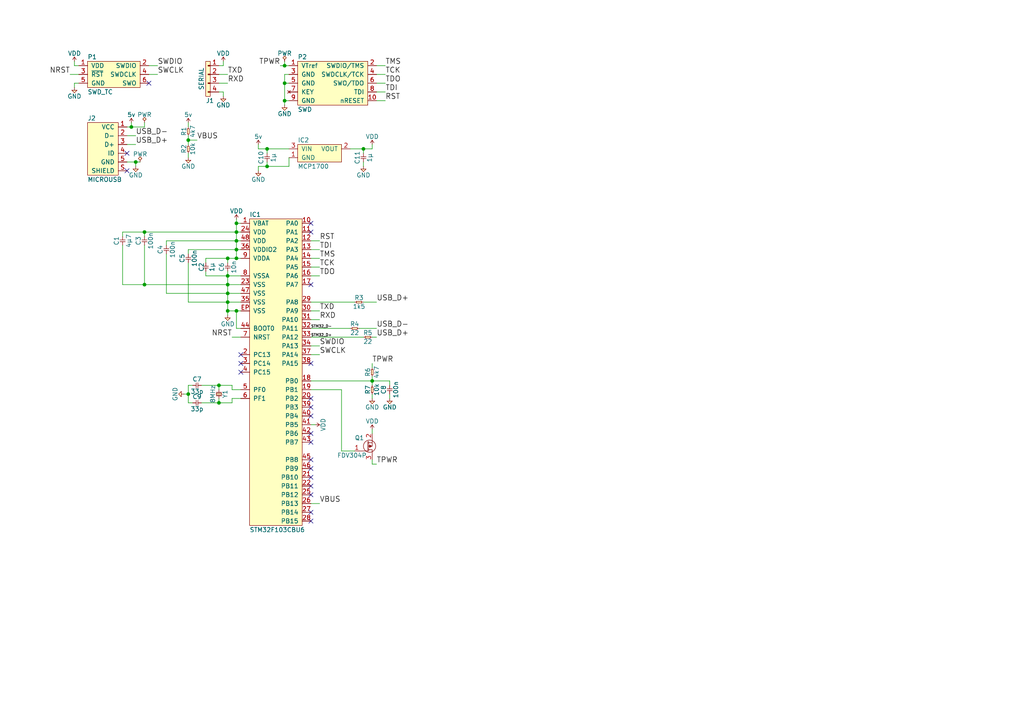
<source format=kicad_sch>
(kicad_sch (version 20230121) (generator eeschema)
  (paper "A4")
  (title_block (title "Adam Magic Probe") (date "2016-01-01") (rev "1") (comment 1 "This Drawing By: Adam Greig") (comment 2 "Original design: Black Magic Probe, Black Sphere Technologies Ltd") (comment 3 "Licence: CC-BY-SA"))
  (lib_symbols
    (symbol "amp-rescue:5v" (power) (pin_numbers hide) (pin_names (offset 1.016) hide)
      (property "Value" "5v" (at 0 2.286 0))
      (symbol "5v_0_1"
        (polyline (pts (xy 0 1.27) (xy 0.508 0.508)))
        (polyline (pts (xy 0 0) (xy 0 1.27) (xy -0.508 0.508)))
      )
      (symbol "5v_1_1"
        (pin power_in line (at 0 0 180) (length 0) hide (name "5v") (number "1"))
      )
    )
    (symbol "amp-rescue:C" (pin_numbers hide) (pin_names (offset 1.016) hide)
      (property "Reference" "C" (at 1.27 1.778 0))
      (property "Value" "C" (at 1.27 -1.778 0))
      (symbol "C_0_1"
        (polyline (pts (xy 1.016 0.762) (xy 1.016 -0.762)))
        (polyline (pts (xy 1.524 0.762) (xy 1.524 -0.762)))
      )
      (symbol "C_1_1"
        (pin passive line (at 0 0 0) (length 1.016) (name "~") (number "1"))
        (pin passive line (at 2.54 0 180) (length 1.016) (name "~") (number "2"))
      )
    )
    (symbol "amp-rescue:CONN_01x04" (pin_names (offset 0.0254) hide)
      (property "Reference" "J" (at -1.27 2.54 0))
      (property "Value" "CONN_01x04" (at -1.27 -10.16 0))
      (symbol "CONN_01x04_0_1"
        (rectangle (start 0 -7.493) (end -0.635 -7.747) (fill (type outline)))
        (rectangle (start 0 -4.953) (end -0.635 -5.207) (fill (type outline)))
        (rectangle (start 0 -2.413) (end -0.635 -2.667) (fill (type outline)))
        (rectangle (start 0 0.127) (end -0.635 -0.127) (fill (type outline)))
        (rectangle (start 0 1.27) (end -1.27 -8.89) (fill (type background)))
      )
      (symbol "CONN_01x04_1_1"
        (pin passive line (at 2.54 0 180) (length 2.54) (name "1") (number "1"))
        (pin passive line (at 2.54 -2.54 180) (length 2.54) (name "2") (number "2"))
        (pin passive line (at 2.54 -5.08 180) (length 2.54) (name "3") (number "3"))
        (pin passive line (at 2.54 -7.62 180) (length 2.54) (name "4") (number "4"))
      )
    )
    (symbol "amp-rescue:GND" (power) (pin_numbers hide) (pin_names (offset 1.016) hide)
      (property "Value" "GND" (at 0 -2.54 0))
      (symbol "GND_0_1"
        (polyline (pts (xy 0 0) (xy 0 -0.762)))
        (polyline (pts (xy -0.762 -0.762) (xy 0.762 -0.762) (xy 0 -1.524) (xy -0.762 -0.762)) (fill (type background)))
      )
      (symbol "GND_1_1"
        (pin power_in line (at 0 0 180) (length 0) hide (name "GND") (number "1"))
      )
    )
    (symbol "amp-rescue:MCP1700" (pin_names (offset 1.016))
      (property "Reference" "IC" (at -5.08 2.54 0))
      (property "Value" "MCP1700" (at -5.08 -5.08 0))
      (symbol "MCP1700_0_1"
        (rectangle (start -5.08 1.27) (end 7.62 -3.81) (fill (type background)))
      )
      (symbol "MCP1700_1_1"
        (pin power_in line (at -7.62 -2.54 0) (length 2.54) (name "GND") (number "1"))
        (pin power_out line (at 10.16 0 180) (length 2.54) (name "VOUT") (number "2"))
        (pin power_in line (at -7.62 0 0) (length 2.54) (name "VIN") (number "3"))
      )
    )
    (symbol "amp-rescue:MICROUSB" (pin_names (offset 1.016))
      (property "Reference" "J" (at -3.81 7.62 0))
      (property "Value" "MICROUSB" (at -3.81 -10.16 0))
      (symbol "MICROUSB_0_1"
        (rectangle (start 5.08 6.35) (end -3.81 -8.89) (fill (type background)))
      )
      (symbol "MICROUSB_1_1"
        (pin power_in line (at 7.62 5.08 180) (length 2.54) (name "VCC") (number "1"))
        (pin bidirectional line (at 7.62 2.54 180) (length 2.54) (name "D-") (number "2"))
        (pin bidirectional line (at 7.62 0 180) (length 2.54) (name "D+") (number "3"))
        (pin passive line (at 7.62 -2.54 180) (length 2.54) (name "ID") (number "4"))
        (pin power_in line (at 7.62 -5.08 180) (length 2.54) (name "GND") (number "5"))
        (pin power_in line (at 7.62 -7.62 180) (length 2.54) (name "SHIELD") (number "S"))
      )
    )
    (symbol "amp-rescue:PFET" (pin_names (offset 0.0254) hide)
      (property "Reference" "Q" (at -6.35 0.762 0))
      (property "Value" "PFET" (at -6.35 -4.064 0))
      (symbol "PFET_0_1"
        (circle (center -0.762 -1.143) (radius 1.778))
        (polyline (pts (xy -3.81 -2.54) (xy -1.27 -2.54)))
        (polyline (pts (xy -1.27 -2.54) (xy -1.27 0.254)))
        (polyline (pts (xy -1.016 -2.159) (xy 0 -2.159)))
        (polyline (pts (xy -1.016 -1.778) (xy -1.016 -2.54)))
        (polyline (pts (xy -1.016 -0.762) (xy -1.016 -1.524)))
        (polyline (pts (xy -1.016 0.254) (xy -1.016 -0.508)))
        (polyline (pts (xy 0 -2.159) (xy 0 -3.81)))
        (polyline (pts (xy -1.016 -1.143) (xy 0 -1.143) (xy 0 -0.127)))
        (polyline (pts (xy -1.016 -0.127) (xy 0 -0.127) (xy 0 1.27)))
        (polyline (pts (xy -0.127 -1.143) (xy -0.762 -0.762) (xy -0.762 -1.524) (xy -0.127 -1.143)) (fill (type outline)))
      )
      (symbol "PFET_1_1"
        (pin passive line (at -5.08 -2.54 0) (length 1.27) (name "G") (number "1"))
        (pin passive line (at 0 2.54 270) (length 1.27) (name "S") (number "2"))
        (pin passive line (at 0 -5.08 90) (length 1.27) (name "D") (number "3"))
      )
    )
    (symbol "amp-rescue:PWR" (power) (pin_numbers hide) (pin_names (offset 1.016) hide)
      (property "Value" "PWR" (at 0 2.286 0))
      (symbol "PWR_0_1"
        (polyline (pts (xy 0 0.508) (xy -0.508 1.016) (xy 0 1.524) (xy 0.508 1.016) (xy 0 0.508)) (fill (type background)))
      )
      (symbol "PWR_1_1"
        (pin power_out line (at 0 0 90) (length 0.508) (name "pwr") (number "1"))
      )
    )
    (symbol "amp-rescue:R" (pin_numbers hide) (pin_names (offset 1.016) hide)
      (property "Reference" "R" (at 1.27 1.27 0))
      (property "Value" "R" (at 1.27 -1.27 0))
      (symbol "R_0_1"
        (rectangle (start 0.508 0.254) (end 2.032 -0.254) (fill (type background)))
      )
      (symbol "R_1_1"
        (pin passive line (at 0 0 0) (length 0.508) (name "~") (number "1"))
        (pin passive line (at 2.54 0 180) (length 0.508) (name "~") (number "2"))
      )
    )
    (symbol "amp-rescue:STM32F1xxCxUx" (pin_names (offset 1.016))
      (property "Reference" "IC" (at -7.62 45.72 0))
      (property "Value" "STM32F1xxCxUx" (at -7.62 -45.72 0))
      (symbol "STM32F1xxCxUx_0_0"
        (pin power_in line (at -10.16 43.18 0) (length 2.54) (name "VBAT") (number "1"))
        (pin bidirectional line (at 10.16 43.18 180) (length 2.54) (name "PA0") (number "10"))
        (pin bidirectional line (at 10.16 40.64 180) (length 2.54) (name "PA1") (number "11"))
        (pin bidirectional line (at 10.16 38.1 180) (length 2.54) (name "PA2") (number "12"))
        (pin bidirectional line (at 10.16 35.56 180) (length 2.54) (name "PA3") (number "13"))
        (pin bidirectional line (at 10.16 33.02 180) (length 2.54) (name "PA4") (number "14"))
        (pin bidirectional line (at 10.16 30.48 180) (length 2.54) (name "PA5") (number "15"))
        (pin bidirectional line (at 10.16 27.94 180) (length 2.54) (name "PA6") (number "16"))
        (pin bidirectional line (at 10.16 25.4 180) (length 2.54) (name "PA7") (number "17"))
        (pin bidirectional line (at 10.16 -2.54 180) (length 2.54) (name "PB0") (number "18"))
        (pin bidirectional line (at 10.16 -5.08 180) (length 2.54) (name "PB1") (number "19"))
        (pin bidirectional line (at -10.16 5.08 0) (length 2.54) (name "PC13") (number "2"))
        (pin bidirectional line (at 10.16 -7.62 180) (length 2.54) (name "PB2") (number "20"))
        (pin bidirectional line (at 10.16 -30.48 180) (length 2.54) (name "PB10") (number "21"))
        (pin bidirectional line (at 10.16 -33.02 180) (length 2.54) (name "PB11") (number "22"))
        (pin power_in line (at -10.16 25.4 0) (length 2.54) (name "VSS") (number "23"))
        (pin power_in line (at -10.16 40.64 0) (length 2.54) (name "VDD") (number "24"))
        (pin bidirectional line (at 10.16 -35.56 180) (length 2.54) (name "PB12") (number "25"))
        (pin bidirectional line (at 10.16 -38.1 180) (length 2.54) (name "PB13") (number "26"))
        (pin bidirectional line (at 10.16 -40.64 180) (length 2.54) (name "PB14") (number "27"))
        (pin bidirectional line (at 10.16 -43.18 180) (length 2.54) (name "PB15") (number "28"))
        (pin bidirectional line (at 10.16 20.32 180) (length 2.54) (name "PA8") (number "29"))
        (pin bidirectional line (at -10.16 2.54 0) (length 2.54) (name "PC14") (number "3"))
        (pin bidirectional line (at 10.16 17.78 180) (length 2.54) (name "PA9") (number "30"))
        (pin bidirectional line (at 10.16 15.24 180) (length 2.54) (name "PA10") (number "31"))
        (pin bidirectional line (at 10.16 12.7 180) (length 2.54) (name "PA11") (number "32"))
        (pin bidirectional line (at 10.16 10.16 180) (length 2.54) (name "PA12") (number "33"))
        (pin bidirectional line (at 10.16 7.62 180) (length 2.54) (name "PA13") (number "34"))
        (pin power_in line (at -10.16 20.32 0) (length 2.54) (name "VSS") (number "35"))
        (pin power_in line (at -10.16 35.56 0) (length 2.54) (name "VDDIO2") (number "36"))
        (pin bidirectional line (at 10.16 5.08 180) (length 2.54) (name "PA14") (number "37"))
        (pin bidirectional line (at 10.16 2.54 180) (length 2.54) (name "PA15") (number "38"))
        (pin bidirectional line (at 10.16 -10.16 180) (length 2.54) (name "PB3") (number "39"))
        (pin bidirectional line (at -10.16 0 0) (length 2.54) (name "PC15") (number "4"))
        (pin bidirectional line (at 10.16 -12.7 180) (length 2.54) (name "PB4") (number "40"))
        (pin bidirectional line (at 10.16 -15.24 180) (length 2.54) (name "PB5") (number "41"))
        (pin bidirectional line (at 10.16 -17.78 180) (length 2.54) (name "PB6") (number "42"))
        (pin bidirectional line (at 10.16 -20.32 180) (length 2.54) (name "PB7") (number "43"))
        (pin input line (at -10.16 12.7 0) (length 2.54) (name "BOOT0") (number "44"))
        (pin bidirectional line (at 10.16 -25.4 180) (length 2.54) (name "PB8") (number "45"))
        (pin bidirectional line (at 10.16 -27.94 180) (length 2.54) (name "PB9") (number "46"))
        (pin power_in line (at -10.16 22.86 0) (length 2.54) (name "VSS") (number "47"))
        (pin power_in line (at -10.16 38.1 0) (length 2.54) (name "VDD") (number "48"))
        (pin bidirectional line (at -10.16 -5.08 0) (length 2.54) (name "PF0") (number "5"))
        (pin bidirectional line (at -10.16 -7.62 0) (length 2.54) (name "PF1") (number "6"))
        (pin input line (at -10.16 10.16 0) (length 2.54) (name "NRST") (number "7"))
        (pin power_in line (at -10.16 27.94 0) (length 2.54) (name "VSSA") (number "8"))
        (pin power_in line (at -10.16 33.02 0) (length 2.54) (name "VDDA") (number "9"))
        (pin power_in line (at -10.16 17.78 0) (length 2.54) (name "VSS") (number "EP"))
      )
      (symbol "STM32F1xxCxUx_0_1"
        (rectangle (start -7.62 44.45) (end 7.62 -44.45) (fill (type background)))
      )
    )
    (symbol "amp-rescue:SWD" (pin_names (offset 1.016))
      (property "Reference" "P" (at -10.16 7.62 0))
      (property "Value" "SWD" (at -10.16 -7.62 0))
      (symbol "SWD_0_1"
        (rectangle (start -10.16 6.35) (end 10.16 -6.35) (fill (type background)))
      )
      (symbol "SWD_1_1"
        (pin power_in line (at -12.7 5.08 0) (length 2.54) (name "VTref") (number "1"))
        (pin output line (at 12.7 -5.08 180) (length 2.54) (name "nRESET") (number "10"))
        (pin bidirectional line (at 12.7 5.08 180) (length 2.54) (name "SWDIO/TMS") (number "2"))
        (pin power_in line (at -12.7 2.54 0) (length 2.54) (name "GND") (number "3"))
        (pin bidirectional line (at 12.7 2.54 180) (length 2.54) (name "SWDCLK/TCK") (number "4"))
        (pin power_in line (at -12.7 0 0) (length 2.54) (name "GND") (number "5"))
        (pin bidirectional line (at 12.7 0 180) (length 2.54) (name "SWO/TDO") (number "6"))
        (pin no_connect line (at -12.7 -2.54 0) (length 2.54) (name "KEY") (number "7"))
        (pin bidirectional line (at 12.7 -2.54 180) (length 2.54) (name "TDI") (number "8"))
        (pin power_in line (at -12.7 -5.08 0) (length 2.54) (name "GND") (number "9"))
      )
    )
    (symbol "amp-rescue:SWD_TC" (pin_names (offset 1.016))
      (property "Reference" "P" (at -7.62 5.08 0))
      (property "Value" "SWD_TC" (at -7.62 -5.08 0))
      (symbol "SWD_TC_0_1"
        (rectangle (start -7.62 3.81) (end 7.62 -3.81) (fill (type background)))
      )
      (symbol "SWD_TC_1_1"
        (pin power_in line (at -10.16 2.54 0) (length 2.54) (name "VDD") (number "1"))
        (pin bidirectional line (at 10.16 2.54 180) (length 2.54) (name "SWDIO") (number "2"))
        (pin output line (at -10.16 0 0) (length 2.54) (name "~{RST}") (number "3"))
        (pin output line (at 10.16 0 180) (length 2.54) (name "SWDCLK") (number "4"))
        (pin power_in line (at -10.16 -2.54 0) (length 2.54) (name "GND") (number "5"))
        (pin input line (at 10.16 -2.54 180) (length 2.54) (name "SWO") (number "6"))
      )
    )
    (symbol "amp-rescue:VDD" (power) (pin_numbers hide) (pin_names (offset 1.016) hide)
      (property "Value" "VDD" (at 0 2.286 0))
      (symbol "VDD_0_1"
        (polyline (pts (xy 0 1.27) (xy 0.508 0.508)))
        (polyline (pts (xy 0 0) (xy 0 1.27) (xy -0.508 0.508)))
      )
      (symbol "VDD_1_1"
        (pin power_in line (at 0 0 180) (length 0) hide (name "VDD") (number "1"))
      )
    )
    (symbol "amp-rescue:XTAL" (pin_numbers hide) (pin_names (offset 1.016) hide)
      (property "Reference" "Y" (at 1.27 1.778 0))
      (property "Value" "XTAL" (at 1.27 -1.778 0))
      (symbol "XTAL_0_1"
        (polyline (pts (xy 0.762 0.762) (xy 0.762 -0.762)))
        (polyline (pts (xy 1.778 0.762) (xy 1.778 -0.762)))
        (rectangle (start 1.016 0.762) (end 1.524 -0.762) (fill (type background)))
      )
      (symbol "XTAL_1_1"
        (pin passive line (at 0 0 0) (length 0.762) (name "~") (number "1"))
        (pin passive line (at 2.54 0 180) (length 0.762) (name "~") (number "2"))
      )
    )
  )
  (junction (at 54.61 40.64))
  (junction (at 82.55 24.13))
  (junction (at 63.5 116.84))
  (junction (at 66.04 90.17))
  (junction (at 54.61 114.3))
  (junction (at 66.04 74.93))
  (junction (at 68.58 67.31))
  (junction (at 38.1 36.83))
  (junction (at 68.58 90.17))
  (junction (at 66.04 82.55))
  (junction (at 66.04 87.63))
  (junction (at 39.37 46.99))
  (junction (at 41.91 82.55))
  (junction (at 77.47 48.26))
  (junction (at 77.47 43.18))
  (junction (at 82.55 19.05))
  (junction (at 82.55 29.21))
  (junction (at 66.04 80.01))
  (junction (at 107.95 110.49))
  (junction (at 68.58 64.77))
  (junction (at 66.04 85.09))
  (junction (at 41.91 67.31))
  (junction (at 68.58 74.93))
  (junction (at 105.41 43.18))
  (junction (at 68.58 72.39))
  (junction (at 63.5 111.76))
  (junction (at 68.58 69.85))
  (no_connect (at 90.17 64.77))
  (no_connect (at 43.18 24.13))
  (no_connect (at 90.17 105.41))
  (no_connect (at 90.17 143.51))
  (no_connect (at 90.17 140.97))
  (no_connect (at 90.17 120.65))
  (no_connect (at 90.17 125.73))
  (no_connect (at 90.17 138.43))
  (no_connect (at 90.17 115.57))
  (no_connect (at 90.17 148.59))
  (no_connect (at 90.17 133.35))
  (no_connect (at 36.83 44.45))
  (no_connect (at 90.17 128.27))
  (no_connect (at 90.17 67.31))
  (no_connect (at 69.85 105.41))
  (no_connect (at 90.17 135.89))
  (no_connect (at 69.85 102.87))
  (no_connect (at 90.17 82.55))
  (no_connect (at 69.85 107.95))
  (no_connect (at 90.17 151.13))
  (no_connect (at 90.17 118.11))
  (no_connect (at 36.83 49.53))
  (wire (pts (xy 90.17 100.33) (xy 92.71 100.33)))
  (wire (pts (xy 109.22 87.63) (xy 105.41 87.63)))
  (wire (pts (xy 36.83 36.83) (xy 38.1 36.83)))
  (wire (pts (xy 59.69 74.93) (xy 66.04 74.93)))
  (wire (pts (xy 68.58 90.17) (xy 66.04 90.17)))
  (wire (pts (xy 67.31 115.57) (xy 67.31 116.84)))
  (wire (pts (xy 101.6 43.18) (xy 105.41 43.18)))
  (wire (pts (xy 41.91 67.31) (xy 68.58 67.31)))
  (wire (pts (xy 99.06 113.03) (xy 99.06 130.81)))
  (wire (pts (xy 67.31 116.84) (xy 63.5 116.84)))
  (wire (pts (xy 63.5 26.67) (xy 64.77 26.67)))
  (wire (pts (xy 63.5 116.84) (xy 58.42 116.84)))
  (wire (pts (xy 83.82 29.21) (xy 82.55 29.21)))
  (wire (pts (xy 82.55 24.13) (xy 82.55 29.21)))
  (wire (pts (xy 107.95 124.46) (xy 107.95 125.73)))
  (wire (pts (xy 63.5 115.57) (xy 63.5 116.84)))
  (wire (pts (xy 107.95 43.18) (xy 107.95 41.91)))
  (wire (pts (xy 54.61 40.64) (xy 54.61 41.91)))
  (wire (pts (xy 43.18 21.59) (xy 45.72 21.59)))
  (wire (pts (xy 66.04 87.63) (xy 66.04 90.17)))
  (wire (pts (xy 74.93 43.18) (xy 77.47 43.18)))
  (wire (pts (xy 35.56 67.31) (xy 35.56 68.58)))
  (wire (pts (xy 57.15 40.64) (xy 54.61 40.64)))
  (wire (pts (xy 39.37 39.37) (xy 36.83 39.37)))
  (wire (pts (xy 74.93 48.26) (xy 77.47 48.26)))
  (wire (pts (xy 38.1 36.83) (xy 41.91 36.83)))
  (wire (pts (xy 68.58 74.93) (xy 69.85 74.93)))
  (wire (pts (xy 90.17 110.49) (xy 107.95 110.49)))
  (wire (pts (xy 83.82 21.59) (xy 82.55 21.59)))
  (wire (pts (xy 41.91 71.12) (xy 41.91 82.55)))
  (wire (pts (xy 83.82 24.13) (xy 82.55 24.13)))
  (wire (pts (xy 69.85 115.57) (xy 67.31 115.57)))
  (wire (pts (xy 68.58 67.31) (xy 68.58 69.85)))
  (wire (pts (xy 66.04 24.13) (xy 63.5 24.13)))
  (wire (pts (xy 59.69 80.01) (xy 66.04 80.01)))
  (wire (pts (xy 35.56 71.12) (xy 35.56 82.55)))
  (wire (pts (xy 41.91 82.55) (xy 66.04 82.55)))
  (wire (pts (xy 83.82 19.05) (xy 82.55 19.05)))
  (wire (pts (xy 69.85 64.77) (xy 68.58 64.77)))
  (wire (pts (xy 77.47 43.18) (xy 83.82 43.18)))
  (wire (pts (xy 20.32 21.59) (xy 22.86 21.59)))
  (wire (pts (xy 54.61 116.84) (xy 55.88 116.84)))
  (wire (pts (xy 54.61 111.76) (xy 54.61 114.3)))
  (wire (pts (xy 107.95 133.35) (xy 107.95 134.62)))
  (wire (pts (xy 74.93 41.91) (xy 74.93 43.18)))
  (wire (pts (xy 54.61 76.2) (xy 54.61 87.63)))
  (wire (pts (xy 77.47 44.45) (xy 77.47 43.18)))
  (wire (pts (xy 66.04 74.93) (xy 66.04 76.2)))
  (wire (pts (xy 66.04 80.01) (xy 66.04 82.55)))
  (wire (pts (xy 90.17 92.71) (xy 92.71 92.71)))
  (wire (pts (xy 45.72 19.05) (xy 43.18 19.05)))
  (wire (pts (xy 101.6 95.25) (xy 90.17 95.25)))
  (wire (pts (xy 59.69 74.93) (xy 59.69 76.2)))
  (wire (pts (xy 68.58 63.5) (xy 68.58 64.77)))
  (wire (pts (xy 68.58 64.77) (xy 68.58 67.31)))
  (wire (pts (xy 66.04 78.74) (xy 66.04 80.01)))
  (wire (pts (xy 107.95 105.41) (xy 107.95 106.68)))
  (wire (pts (xy 63.5 19.05) (xy 64.77 19.05)))
  (wire (pts (xy 113.03 110.49) (xy 113.03 111.76)))
  (wire (pts (xy 107.95 134.62) (xy 109.22 134.62)))
  (wire (pts (xy 54.61 44.45) (xy 54.61 45.72)))
  (wire (pts (xy 69.85 90.17) (xy 68.58 90.17)))
  (wire (pts (xy 83.82 48.26) (xy 83.82 45.72)))
  (wire (pts (xy 54.61 87.63) (xy 66.04 87.63)))
  (wire (pts (xy 74.93 49.53) (xy 74.93 48.26)))
  (wire (pts (xy 64.77 26.67) (xy 64.77 27.94)))
  (wire (pts (xy 82.55 21.59) (xy 82.55 24.13)))
  (wire (pts (xy 66.04 85.09) (xy 69.85 85.09)))
  (wire (pts (xy 48.26 73.66) (xy 48.26 85.09)))
  (wire (pts (xy 54.61 36.83) (xy 54.61 35.56)))
  (wire (pts (xy 36.83 46.99) (xy 39.37 46.99)))
  (wire (pts (xy 92.71 146.05) (xy 90.17 146.05)))
  (wire (pts (xy 67.31 97.79) (xy 69.85 97.79)))
  (wire (pts (xy 54.61 114.3) (xy 54.61 116.84)))
  (wire (pts (xy 109.22 97.79) (xy 107.95 97.79)))
  (wire (pts (xy 63.5 113.03) (xy 63.5 111.76)))
  (wire (pts (xy 66.04 80.01) (xy 69.85 80.01)))
  (wire (pts (xy 69.85 95.25) (xy 68.58 95.25)))
  (wire (pts (xy 92.71 69.85) (xy 90.17 69.85)))
  (wire (pts (xy 92.71 90.17) (xy 90.17 90.17)))
  (wire (pts (xy 82.55 17.78) (xy 82.55 19.05)))
  (wire (pts (xy 105.41 43.18) (xy 107.95 43.18)))
  (wire (pts (xy 90.17 77.47) (xy 92.71 77.47)))
  (wire (pts (xy 68.58 72.39) (xy 54.61 72.39)))
  (wire (pts (xy 68.58 69.85) (xy 48.26 69.85)))
  (wire (pts (xy 77.47 46.99) (xy 77.47 48.26)))
  (wire (pts (xy 69.85 72.39) (xy 68.58 72.39)))
  (wire (pts (xy 105.41 97.79) (xy 90.17 97.79)))
  (wire (pts (xy 64.77 19.05) (xy 64.77 17.78)))
  (wire (pts (xy 22.86 19.05) (xy 21.59 19.05)))
  (wire (pts (xy 66.04 85.09) (xy 66.04 87.63)))
  (wire (pts (xy 68.58 67.31) (xy 69.85 67.31)))
  (wire (pts (xy 66.04 87.63) (xy 69.85 87.63)))
  (wire (pts (xy 107.95 115.57) (xy 107.95 114.3)))
  (wire (pts (xy 39.37 46.99) (xy 39.37 48.26)))
  (wire (pts (xy 22.86 24.13) (xy 21.59 24.13)))
  (wire (pts (xy 21.59 19.05) (xy 21.59 17.78)))
  (wire (pts (xy 21.59 24.13) (xy 21.59 25.4)))
  (wire (pts (xy 59.69 78.74) (xy 59.69 80.01)))
  (wire (pts (xy 69.85 69.85) (xy 68.58 69.85)))
  (wire (pts (xy 92.71 80.01) (xy 90.17 80.01)))
  (wire (pts (xy 90.17 102.87) (xy 92.71 102.87)))
  (wire (pts (xy 39.37 46.99) (xy 40.64 46.99)))
  (wire (pts (xy 107.95 110.49) (xy 113.03 110.49)))
  (wire (pts (xy 67.31 113.03) (xy 69.85 113.03)))
  (wire (pts (xy 41.91 36.83) (xy 41.91 35.56)))
  (wire (pts (xy 90.17 72.39) (xy 92.71 72.39)))
  (wire (pts (xy 63.5 21.59) (xy 66.04 21.59)))
  (wire (pts (xy 68.58 69.85) (xy 68.58 72.39)))
  (wire (pts (xy 66.04 74.93) (xy 68.58 74.93)))
  (wire (pts (xy 109.22 21.59) (xy 111.76 21.59)))
  (wire (pts (xy 54.61 114.3) (xy 53.34 114.3)))
  (wire (pts (xy 107.95 110.49) (xy 107.95 111.76)))
  (wire (pts (xy 113.03 114.3) (xy 113.03 115.57)))
  (wire (pts (xy 77.47 48.26) (xy 83.82 48.26)))
  (wire (pts (xy 92.71 74.93) (xy 90.17 74.93)))
  (wire (pts (xy 90.17 113.03) (xy 99.06 113.03)))
  (wire (pts (xy 68.58 95.25) (xy 68.58 90.17)))
  (wire (pts (xy 99.06 130.81) (xy 102.87 130.81)))
  (wire (pts (xy 105.41 46.99) (xy 105.41 48.26)))
  (wire (pts (xy 58.42 111.76) (xy 63.5 111.76)))
  (wire (pts (xy 48.26 85.09) (xy 66.04 85.09)))
  (wire (pts (xy 54.61 39.37) (xy 54.61 40.64)))
  (wire (pts (xy 35.56 67.31) (xy 41.91 67.31)))
  (wire (pts (xy 91.44 123.19) (xy 90.17 123.19)))
  (wire (pts (xy 41.91 67.31) (xy 41.91 68.58)))
  (wire (pts (xy 48.26 69.85) (xy 48.26 71.12)))
  (wire (pts (xy 66.04 90.17) (xy 66.04 91.44)))
  (wire (pts (xy 63.5 111.76) (xy 67.31 111.76)))
  (wire (pts (xy 111.76 29.21) (xy 109.22 29.21)))
  (wire (pts (xy 109.22 95.25) (xy 104.14 95.25)))
  (wire (pts (xy 102.87 87.63) (xy 90.17 87.63)))
  (wire (pts (xy 107.95 109.22) (xy 107.95 110.49)))
  (wire (pts (xy 36.83 41.91) (xy 39.37 41.91)))
  (wire (pts (xy 109.22 26.67) (xy 111.76 26.67)))
  (wire (pts (xy 82.55 29.21) (xy 82.55 30.48)))
  (wire (pts (xy 66.04 82.55) (xy 69.85 82.55)))
  (wire (pts (xy 68.58 72.39) (xy 68.58 74.93)))
  (wire (pts (xy 54.61 72.39) (xy 54.61 73.66)))
  (wire (pts (xy 105.41 43.18) (xy 105.41 44.45)))
  (wire (pts (xy 38.1 35.56) (xy 38.1 36.83)))
  (wire (pts (xy 55.88 111.76) (xy 54.61 111.76)))
  (wire (pts (xy 111.76 24.13) (xy 109.22 24.13)))
  (wire (pts (xy 67.31 111.76) (xy 67.31 113.03)))
  (wire (pts (xy 111.76 19.05) (xy 109.22 19.05)))
  (wire (pts (xy 82.55 19.05) (xy 81.28 19.05)))
  (wire (pts (xy 66.04 82.55) (xy 66.04 85.09)))
  (wire (pts (xy 35.56 82.55) (xy 41.91 82.55)))
  (label "TMS" (at 111.76 19.05 0) (effects (font (size 1.524 1.524))))
  (label "USB_D-" (at 39.37 39.37 0) (effects (font (size 1.524 1.524))))
  (label "RXD" (at 92.71 92.71 0) (effects (font (size 1.524 1.524))))
  (label "USB_D+" (at 39.37 41.91 0) (effects (font (size 1.524 1.524))))
  (label "VBUS" (at 92.71 146.05 0) (effects (font (size 1.524 1.524))))
  (label "TCK" (at 111.76 21.59 0) (effects (font (size 1.524 1.524))))
  (label "VBUS" (at 57.15 40.64 0) (effects (font (size 1.524 1.524))))
  (label "TPWR" (at 81.28 19.05 180) (effects (font (size 1.524 1.524))))
  (label "TDO" (at 111.76 24.13 0) (effects (font (size 1.524 1.524))))
  (label "USB_D+" (at 109.22 97.79 0) (effects (font (size 1.524 1.524))))
  (label "SWDIO" (at 92.71 100.33 0) (effects (font (size 1.524 1.524))))
  (label "TXD" (at 92.71 90.17 0) (effects (font (size 1.524 1.524))))
  (label "TDI" (at 111.76 26.67 0) (effects (font (size 1.524 1.524))))
  (label "RXD" (at 66.04 24.13 0) (effects (font (size 1.524 1.524))))
  (label "TCK" (at 92.71 77.47 0) (effects (font (size 1.524 1.524))))
  (label "SWDIO" (at 45.72 19.05 0) (effects (font (size 1.524 1.524))))
  (label "STM32_D+" (at 90.17 97.79 0) (effects (font (size 0.762 0.762))))
  (label "TXD" (at 66.04 21.59 0) (effects (font (size 1.524 1.524))))
  (label "STM32_D-" (at 90.17 95.25 0) (effects (font (size 0.762 0.762))))
  (label "USB_D+" (at 109.22 87.63 0) (effects (font (size 1.524 1.524))))
  (label "NRST" (at 20.32 21.59 180) (effects (font (size 1.524 1.524))))
  (label "TPWR" (at 109.22 134.62 0) (effects (font (size 1.524 1.524))))
  (label "TMS" (at 92.71 74.93 0) (effects (font (size 1.524 1.524))))
  (label "SWCLK" (at 45.72 21.59 0) (effects (font (size 1.524 1.524))))
  (label "SWCLK" (at 92.71 102.87 0) (effects (font (size 1.524 1.524))))
  (label "RST" (at 111.76 29.21 0) (effects (font (size 1.524 1.524))))
  (label "TPWR" (at 107.95 105.41 0) (effects (font (size 1.524 1.524))))
  (label "RST" (at 92.71 69.85 0) (effects (font (size 1.524 1.524))))
  (label "TDI" (at 92.71 72.39 0) (effects (font (size 1.524 1.524))))
  (label "USB_D-" (at 109.22 95.25 0) (effects (font (size 1.524 1.524))))
  (label "TDO" (at 92.71 80.01 0) (effects (font (size 1.524 1.524))))
  (label "NRST" (at 67.31 97.79 180) (effects (font (size 1.524 1.524))))
  (symbol (lib_id "amp-rescue:STM32F1xxCxUx") (at 80.01 107.95 0) (unit 1)
    (property "Reference" "IC1" (at 72.39 62.23 0) (effects (justify left)))
    (property "Value" "STM32F103CBU6" (at 72.39 153.67 0) (effects (justify left)))
    (property "Footprint" "agg:QFN-48-EP-ST" (effects hide))
    (property "Datasheet" "http://www.st.com/st-web-ui/static/active/en/resource/technical/document/datasheet/CD00161566.pdf" (effects hide))
    (property "Farnell" "2060891" (effects hide))
  )
  (symbol (lib_id "amp-rescue:SWD_TC") (at 33.02 21.59 0) (unit 1)
    (property "Reference" "P1" (at 25.4 16.51 0) (effects (justify left)))
    (property "Value" "SWD_TC" (at 25.4 26.67 0) (effects (justify left)))
    (property "Footprint" "agg:TC2030-NL" (effects hide))
  )
  (symbol (lib_id "amp-rescue:SWD") (at 96.52 24.13 0) (unit 1)
    (property "Reference" "P2" (at 86.36 16.51 0) (effects (justify left)))
    (property "Value" "SWD" (at 86.36 31.75 0) (effects (justify left)))
    (property "Footprint" "agg:FTSH-105-01-L-DV-K" (effects hide))
    (property "Toby" "FTSH-105-01-L-DV-K" (effects hide))
  )
  (symbol (lib_id "amp-rescue:MICROUSB") (at 29.21 41.91 0) (unit 1)
    (property "Reference" "J2" (at 25.4 34.29 0) (effects (justify left)))
    (property "Value" "MICROUSB" (at 25.4 52.07 0) (effects (justify left)))
    (property "Footprint" "agg:MICROUSB_MOLEX_47589-0001" (effects hide))
    (property "Farnell" "1568023" (effects hide))
  )
  (symbol (lib_id "amp-rescue:CONN_01x04") (at 60.96 19.05 0) (unit 1)
    (property "Reference" "J1" (at 59.69 29.21 0) (effects (justify left)))
    (property "Value" "SERIAL" (at 58.42 22.86 90))
    (property "Footprint" "agg:SM04B-PASS" (effects hide))
    (property "Farnell" "2399347" (effects hide))
  )
  (symbol (lib_id "amp-rescue:VDD") (at 21.59 17.78 0) (unit 1)
    (property "Reference" "#PWR01" (effects hide))
    (property "Value" "VDD" (at 21.59 15.494 0))
  )
  (symbol (lib_id "amp-rescue:GND") (at 21.59 25.4 0) (unit 1)
    (property "Reference" "#PWR02" (effects hide))
    (property "Value" "GND" (at 21.59 27.94 0))
  )
  (symbol (lib_id "amp-rescue:GND") (at 64.77 27.94 0) (unit 1)
    (property "Reference" "#PWR03" (effects hide))
    (property "Value" "GND" (at 64.77 30.48 0))
  )
  (symbol (lib_id "amp-rescue:VDD") (at 64.77 17.78 0) (unit 1)
    (property "Reference" "#PWR04" (effects hide))
    (property "Value" "VDD" (at 64.77 15.494 0))
  )
  (symbol (lib_id "amp-rescue:GND") (at 39.37 48.26 0) (unit 1)
    (property "Reference" "#PWR05" (effects hide))
    (property "Value" "GND" (at 39.37 50.8 0))
  )
  (symbol (lib_id "amp-rescue:PWR") (at 40.64 46.99 0) (unit 1)
    (property "Reference" "#FLG06" (effects hide))
    (property "Value" "PWR" (at 40.64 44.704 0))
  )
  (symbol (lib_id "amp-rescue:PWR") (at 41.91 35.56 0) (unit 1)
    (property "Reference" "#FLG07" (effects hide))
    (property "Value" "PWR" (at 41.91 33.274 0))
  )
  (symbol (lib_id "amp-rescue:PFET") (at 107.95 128.27 0) (unit 1)
    (property "Reference" "Q1" (at 102.87 127 0) (effects (justify left)))
    (property "Value" "FDV304P" (at 97.79 132.08 0) (effects (justify left)))
    (property "Footprint" "agg:SOT-23" (effects hide))
    (property "Farnell" "9846123" (effects hide))
  )
  (symbol (lib_id "amp-rescue:VDD") (at 107.95 124.46 0) (unit 1)
    (property "Reference" "#PWR019" (effects hide))
    (property "Value" "VDD" (at 107.95 122.174 0))
  )
  (symbol (lib_id "amp-rescue:MCP1700") (at 91.44 43.18 0) (unit 1)
    (property "Reference" "IC2" (at 86.36 40.64 0) (effects (justify left)))
    (property "Value" "MCP1700" (at 86.36 48.26 0) (effects (justify left)))
    (property "Footprint" "agg:SOT-23" (effects hide))
    (property "Datasheet" "http://www.farnell.com/datasheets/1784514.pdf" (effects hide))
    (property "Farnell" "1296592" (effects hide))
  )
  (symbol (lib_id "amp-rescue:R") (at 101.6 95.25 0) (unit 1)
    (property "Reference" "R4" (at 102.87 93.98 0))
    (property "Value" "22" (at 102.87 96.52 0))
    (property "Footprint" "agg:0402" (effects hide))
    (property "Farnell" "2447138" (effects hide))
  )
  (symbol (lib_id "amp-rescue:R") (at 105.41 97.79 0) (unit 1)
    (property "Reference" "R5" (at 106.68 96.52 0))
    (property "Value" "22" (at 106.68 99.06 0))
    (property "Footprint" "agg:0402" (effects hide))
    (property "Farnell" "2447138" (effects hide))
  )
  (symbol (lib_id "amp-rescue:5v") (at 74.93 41.91 0) (unit 1)
    (property "Reference" "#PWR020" (effects hide))
    (property "Value" "5v" (at 74.93 39.624 0))
  )
  (symbol (lib_id "amp-rescue:GND") (at 74.93 49.53 0) (unit 1)
    (property "Reference" "#PWR021" (effects hide))
    (property "Value" "GND" (at 74.93 52.07 0))
  )
  (symbol (lib_id "amp-rescue:R") (at 102.87 87.63 0) (unit 1)
    (property "Reference" "R3" (at 104.14 86.36 0))
    (property "Value" "1k5" (at 104.14 88.9 0))
    (property "Footprint" "agg:0402" (effects hide))
    (property "Farnell" "2447125" (effects hide))
  )
  (symbol (lib_id "amp-rescue:VDD") (at 107.95 41.91 0) (unit 1)
    (property "Reference" "#PWR022" (effects hide))
    (property "Value" "VDD" (at 107.95 39.624 0))
  )
  (symbol (lib_id "amp-rescue:5v") (at 38.1 35.56 0) (unit 1)
    (property "Reference" "#PWR08" (effects hide))
    (property "Value" "5v" (at 38.1 33.274 0))
  )
  (symbol (lib_id "amp-rescue:5v") (at 54.61 35.56 0) (unit 1)
    (property "Reference" "#PWR09" (effects hide))
    (property "Value" "5v" (at 54.61 33.274 0))
  )
  (symbol (lib_id "amp-rescue:R") (at 54.61 39.37 90) (unit 1)
    (property "Reference" "R1" (at 53.34 38.1 0))
    (property "Value" "4k7" (at 55.88 38.1 0))
    (property "Footprint" "agg:0402" (effects hide))
    (property "Farnell" "2447187" (effects hide))
  )
  (symbol (lib_id "amp-rescue:R") (at 54.61 44.45 90) (unit 1)
    (property "Reference" "R2" (at 53.34 43.18 0))
    (property "Value" "10k" (at 55.88 43.18 0))
    (property "Footprint" "agg:0402" (effects hide))
    (property "Farnell" "2447096" (effects hide))
  )
  (symbol (lib_id "amp-rescue:GND") (at 54.61 45.72 0) (unit 1)
    (property "Reference" "#PWR010" (effects hide))
    (property "Value" "GND" (at 54.61 48.26 0))
  )
  (symbol (lib_id "amp-rescue:C") (at 105.41 46.99 90) (unit 1)
    (property "Reference" "C11" (at 103.632 45.72 0))
    (property "Value" "1µ" (at 107.188 45.72 0))
    (property "Footprint" "agg:0603" (effects hide))
    (property "Farnell" "2496916" (effects hide))
  )
  (symbol (lib_id "amp-rescue:GND") (at 105.41 48.26 0) (unit 1)
    (property "Reference" "#PWR023" (effects hide))
    (property "Value" "GND" (at 105.41 50.8 0))
  )
  (symbol (lib_id "amp-rescue:C") (at 77.47 46.99 90) (unit 1)
    (property "Reference" "C10" (at 75.692 45.72 0))
    (property "Value" "1µ" (at 79.248 45.72 0))
    (property "Footprint" "agg:0603" (effects hide))
    (property "Farnell" "2496916" (effects hide))
  )
  (symbol (lib_id "amp-rescue:XTAL") (at 63.5 113.03 270) (unit 1)
    (property "Reference" "Y1" (at 65.278 114.3 0))
    (property "Value" "8MHz" (at 61.722 114.3 0))
    (property "Footprint" "agg:XTAL-50x32" (effects hide))
    (property "Farnell" "2101329" (effects hide))
  )
  (symbol (lib_id "amp-rescue:C") (at 55.88 111.76 0) (unit 1)
    (property "Reference" "C7" (at 57.15 109.982 0))
    (property "Value" "33p" (at 57.15 113.538 0))
    (property "Footprint" "agg:0402" (effects hide))
    (property "Farnell" "1758955" (effects hide))
  )
  (symbol (lib_id "amp-rescue:C") (at 55.88 116.84 0) (unit 1)
    (property "Reference" "C9" (at 57.15 115.062 0))
    (property "Value" "33p" (at 57.15 118.618 0))
    (property "Footprint" "agg:0402" (effects hide))
    (property "Farnell" "1758955" (effects hide))
  )
  (symbol (lib_id "amp-rescue:GND") (at 53.34 114.3 270) (unit 1)
    (property "Reference" "#PWR011" (effects hide))
    (property "Value" "GND" (at 50.8 114.3 0))
  )
  (symbol (lib_id "amp-rescue:GND") (at 66.04 91.44 0) (unit 1)
    (property "Reference" "#PWR012" (effects hide))
    (property "Value" "GND" (at 66.04 93.98 0))
  )
  (symbol (lib_id "amp-rescue:VDD") (at 68.58 63.5 0) (unit 1)
    (property "Reference" "#PWR013" (effects hide))
    (property "Value" "VDD" (at 68.58 61.214 0))
  )
  (symbol (lib_id "amp-rescue:C") (at 54.61 76.2 90) (unit 1)
    (property "Reference" "C5" (at 52.832 74.93 0))
    (property "Value" "100n" (at 56.388 74.93 0))
    (property "Footprint" "agg:0402" (effects hide))
    (property "Farnell" "1759380" (effects hide))
  )
  (symbol (lib_id "amp-rescue:C") (at 48.26 73.66 90) (unit 1)
    (property "Reference" "C4" (at 46.482 72.39 0))
    (property "Value" "100n" (at 50.038 72.39 0))
    (property "Footprint" "agg:0402" (effects hide))
    (property "Farnell" "1759380" (effects hide))
  )
  (symbol (lib_id "amp-rescue:C") (at 41.91 71.12 90) (unit 1)
    (property "Reference" "C3" (at 40.132 69.85 0))
    (property "Value" "100n" (at 43.688 69.85 0))
    (property "Footprint" "agg:0402" (effects hide))
    (property "Farnell" "1759380" (effects hide))
  )
  (symbol (lib_id "amp-rescue:C") (at 66.04 78.74 90) (unit 1)
    (property "Reference" "C6" (at 64.262 77.47 0))
    (property "Value" "10n" (at 67.818 77.47 0))
    (property "Footprint" "agg:0402" (effects hide))
    (property "Farnell" "1758924" (effects hide))
  )
  (symbol (lib_id "amp-rescue:C") (at 59.69 78.74 90) (unit 1)
    (property "Reference" "C2" (at 58.42 77.47 0))
    (property "Value" "1µ" (at 61.468 77.47 0))
    (property "Footprint" "agg:0603" (effects hide))
    (property "Farnell" "2496916" (effects hide))
  )
  (symbol (lib_id "amp-rescue:C") (at 35.56 71.12 90) (unit 1)
    (property "Reference" "C1" (at 33.782 69.85 0))
    (property "Value" "4µ7" (at 37.338 69.85 0))
    (property "Footprint" "agg:0603" (effects hide))
    (property "Farnell" "2496930" (effects hide))
  )
  (symbol (lib_id "amp-rescue:GND") (at 82.55 30.48 0) (unit 1)
    (property "Reference" "#PWR014" (effects hide))
    (property "Value" "GND" (at 82.55 33.02 0))
  )
  (symbol (lib_id "amp-rescue:R") (at 107.95 109.22 90) (unit 1)
    (property "Reference" "R6" (at 106.68 107.95 0))
    (property "Value" "4k7" (at 109.22 107.95 0))
    (property "Footprint" "agg:0402" (effects hide))
    (property "Farnell" "2447187" (effects hide))
  )
  (symbol (lib_id "amp-rescue:R") (at 107.95 114.3 90) (unit 1)
    (property "Reference" "R7" (at 106.68 113.03 0))
    (property "Value" "10k" (at 109.22 113.03 0))
    (property "Footprint" "agg:0402" (effects hide))
    (property "Farnell" "2447096" (effects hide))
  )
  (symbol (lib_id "amp-rescue:GND") (at 107.95 115.57 0) (unit 1)
    (property "Reference" "#PWR015" (effects hide))
    (property "Value" "GND" (at 107.95 118.11 0))
  )
  (symbol (lib_id "amp-rescue:C") (at 113.03 114.3 90) (unit 1)
    (property "Reference" "C8" (at 111.252 113.03 0))
    (property "Value" "100n" (at 114.808 113.03 0))
    (property "Footprint" "agg:0402" (effects hide))
    (property "Farnell" "1759380" (effects hide))
  )
  (symbol (lib_id "amp-rescue:GND") (at 113.03 115.57 0) (unit 1)
    (property "Reference" "#PWR016" (effects hide))
    (property "Value" "GND" (at 113.03 118.11 0))
  )
  (symbol (lib_id "amp-rescue:VDD") (at 91.44 123.19 270) (unit 1)
    (property "Reference" "#PWR017" (effects hide))
    (property "Value" "VDD" (at 93.726 123.19 0))
  )
  (symbol (lib_id "amp-rescue:PWR") (at 82.55 17.78 0) (unit 1)
    (property "Reference" "#FLG018" (effects hide))
    (property "Value" "PWR" (at 82.55 15.494 0))
  )
)
</source>
